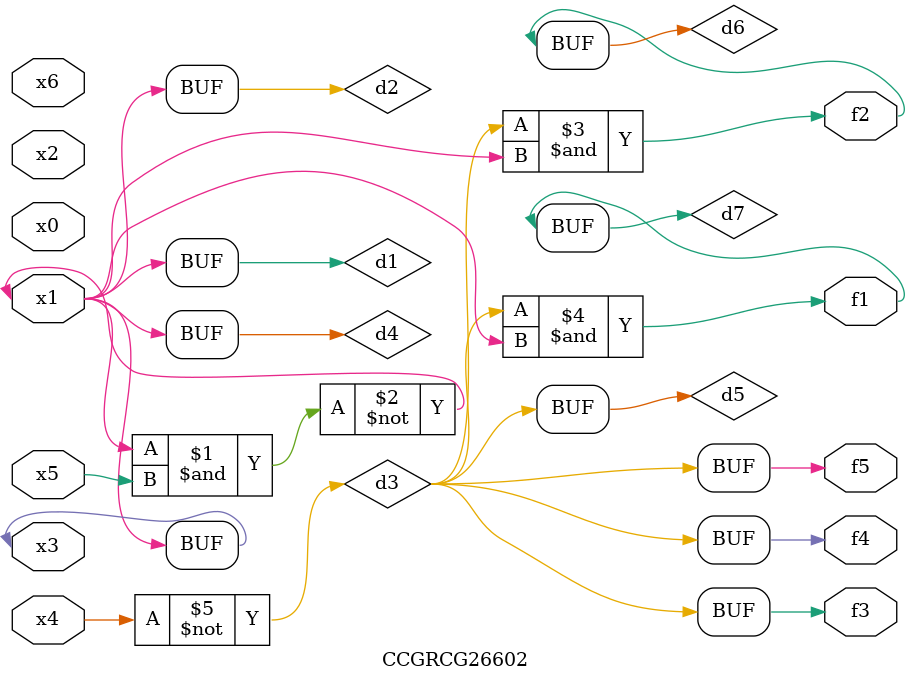
<source format=v>
module CCGRCG26602(
	input x0, x1, x2, x3, x4, x5, x6,
	output f1, f2, f3, f4, f5
);

	wire d1, d2, d3, d4, d5, d6, d7;

	buf (d1, x1, x3);
	nand (d2, x1, x5);
	not (d3, x4);
	buf (d4, d1, d2);
	buf (d5, d3);
	and (d6, d3, d4);
	and (d7, d3, d4);
	assign f1 = d7;
	assign f2 = d6;
	assign f3 = d5;
	assign f4 = d5;
	assign f5 = d5;
endmodule

</source>
